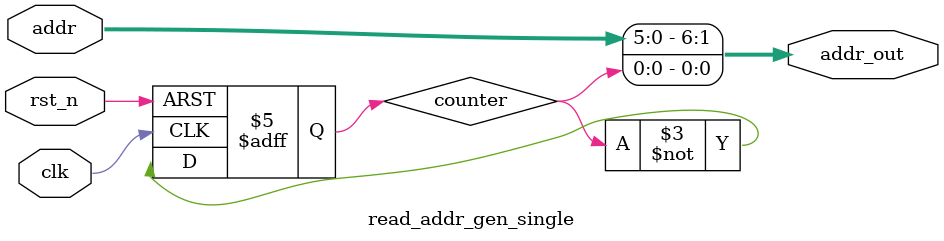
<source format=v>
`timescale 1ns / 1ps
module read_addr_gen_single(
	input clk,
	input rst_n,
	input [5:0] addr,
	output [6:0] addr_out
    );
	
	reg counter;
	
	initial
		counter <= 1'b0;
	
	always @(posedge clk or negedge rst_n)
	begin
		if (~rst_n) counter <= 1'b0;
		else counter <= ~counter;
	end
	
	assign addr_out = {addr, counter};

endmodule

</source>
